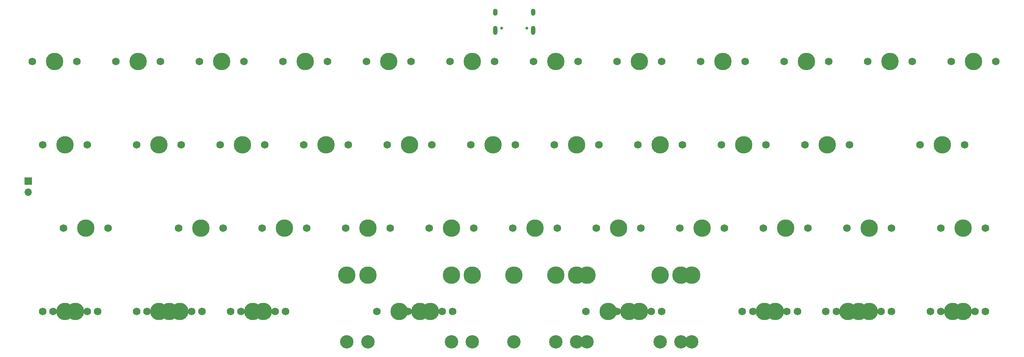
<source format=gbr>
%TF.GenerationSoftware,KiCad,Pcbnew,(6.0.1)*%
%TF.CreationDate,2022-06-06T14:59:11+02:00*%
%TF.ProjectId,dizzy40,64697a7a-7934-4302-9e6b-696361645f70,rev?*%
%TF.SameCoordinates,Original*%
%TF.FileFunction,Soldermask,Top*%
%TF.FilePolarity,Negative*%
%FSLAX46Y46*%
G04 Gerber Fmt 4.6, Leading zero omitted, Abs format (unit mm)*
G04 Created by KiCad (PCBNEW (6.0.1)) date 2022-06-06 14:59:11*
%MOMM*%
%LPD*%
G01*
G04 APERTURE LIST*
%ADD10C,1.750000*%
%ADD11C,3.987800*%
%ADD12C,3.048000*%
%ADD13R,1.700000X1.700000*%
%ADD14O,1.700000X1.700000*%
%ADD15C,0.650000*%
%ADD16O,1.000000X2.100000*%
%ADD17O,1.000000X1.600000*%
G04 APERTURE END LIST*
D10*
%TO.C,MX20*%
X194945000Y-88900000D03*
X205105000Y-88900000D03*
D11*
X200025000Y-88900000D03*
%TD*%
D10*
%TO.C,MX27*%
X128270000Y-107950000D03*
D11*
X133350000Y-107950000D03*
D10*
X138430000Y-107950000D03*
%TD*%
%TO.C,MX28*%
X147320000Y-107950000D03*
X157480000Y-107950000D03*
D11*
X152400000Y-107950000D03*
%TD*%
D10*
%TO.C,MX16*%
X118745000Y-88900000D03*
X128905000Y-88900000D03*
D11*
X123825000Y-88900000D03*
%TD*%
%TO.C,MX26*%
X114300000Y-107950000D03*
D10*
X119380000Y-107950000D03*
X109220000Y-107950000D03*
%TD*%
D11*
%TO.C,MX55*%
X247650000Y-127000000D03*
D10*
X242570000Y-127000000D03*
X252730000Y-127000000D03*
%TD*%
%TO.C,MX5*%
X113982500Y-69850000D03*
X124142500Y-69850000D03*
D11*
X119062500Y-69850000D03*
%TD*%
D10*
%TO.C,MX52*%
X209867500Y-127000000D03*
X199707500Y-127000000D03*
D11*
X204787500Y-127000000D03*
%TD*%
%TO.C,MX31*%
X209550000Y-107950000D03*
D10*
X204470000Y-107950000D03*
X214630000Y-107950000D03*
%TD*%
D11*
%TO.C,MX3*%
X80962500Y-69850000D03*
D10*
X75882500Y-69850000D03*
X86042500Y-69850000D03*
%TD*%
%TO.C,MX15*%
X109855000Y-88900000D03*
X99695000Y-88900000D03*
D11*
X104775000Y-88900000D03*
%TD*%
D10*
%TO.C,MX12*%
X40163750Y-88900000D03*
X50323750Y-88900000D03*
D11*
X45243750Y-88900000D03*
%TD*%
D10*
%TO.C,MX32*%
X233680000Y-107950000D03*
D11*
X228600000Y-107950000D03*
D10*
X223520000Y-107950000D03*
%TD*%
%TO.C,MX1*%
X37782500Y-69850000D03*
D11*
X42862500Y-69850000D03*
D10*
X47942500Y-69850000D03*
%TD*%
%TO.C,MX43*%
X247332500Y-69850000D03*
X257492500Y-69850000D03*
D11*
X252412500Y-69850000D03*
%TD*%
D10*
%TO.C,MX34*%
X40163750Y-127000000D03*
X50323750Y-127000000D03*
D11*
X45243750Y-127000000D03*
%TD*%
D10*
%TO.C,MX2*%
X56832500Y-69850000D03*
D11*
X61912500Y-69850000D03*
D10*
X66992500Y-69850000D03*
%TD*%
D11*
%TO.C,MX53*%
X226218750Y-127000000D03*
D10*
X221138750Y-127000000D03*
X231298750Y-127000000D03*
%TD*%
%TO.C,MX25*%
X100330000Y-107950000D03*
D11*
X95250000Y-107950000D03*
D10*
X90170000Y-107950000D03*
%TD*%
D11*
%TO.C,MX54*%
X223837500Y-127000000D03*
D10*
X228917500Y-127000000D03*
X218757500Y-127000000D03*
%TD*%
%TO.C,MX50*%
X76517500Y-127000000D03*
D11*
X71437500Y-127000000D03*
D10*
X66357500Y-127000000D03*
%TD*%
%TO.C,MX49*%
X63976250Y-127000000D03*
D11*
X69056250Y-127000000D03*
D10*
X74136250Y-127000000D03*
%TD*%
D11*
%TO.C,MX22*%
X245268750Y-88900000D03*
D10*
X250348750Y-88900000D03*
X240188750Y-88900000D03*
%TD*%
D11*
%TO.C,MX39*%
X188118750Y-118745000D03*
D10*
X171132500Y-127000000D03*
D11*
X164306250Y-118745000D03*
D12*
X188118750Y-133985000D03*
D10*
X181292500Y-127000000D03*
D11*
X176212500Y-127000000D03*
D12*
X164306250Y-133985000D03*
%TD*%
D11*
%TO.C,MX19*%
X180975000Y-88900000D03*
D10*
X186055000Y-88900000D03*
X175895000Y-88900000D03*
%TD*%
%TO.C,MX7*%
X162242500Y-69850000D03*
D11*
X157162500Y-69850000D03*
D10*
X152082500Y-69850000D03*
%TD*%
%TO.C,MX48*%
X42545000Y-127000000D03*
D11*
X47625000Y-127000000D03*
D10*
X52705000Y-127000000D03*
%TD*%
%TO.C,MX18*%
X156845000Y-88900000D03*
X167005000Y-88900000D03*
D11*
X161925000Y-88900000D03*
%TD*%
D10*
%TO.C,MX17*%
X137795000Y-88900000D03*
D11*
X142875000Y-88900000D03*
D10*
X147955000Y-88900000D03*
%TD*%
D11*
%TO.C,MX40*%
X207168750Y-127000000D03*
D10*
X212248750Y-127000000D03*
X202088750Y-127000000D03*
%TD*%
%TO.C,MX36*%
X83026250Y-127000000D03*
D11*
X88106250Y-127000000D03*
D10*
X93186250Y-127000000D03*
%TD*%
%TO.C,MX51*%
X85407500Y-127000000D03*
D11*
X90487500Y-127000000D03*
D10*
X95567500Y-127000000D03*
%TD*%
%TO.C,MX41*%
X223520000Y-127000000D03*
D11*
X228600000Y-127000000D03*
D10*
X233680000Y-127000000D03*
%TD*%
D12*
%TO.C,MX37*%
X147637500Y-133985000D03*
D11*
X128587500Y-127000000D03*
X109537500Y-118745000D03*
D10*
X133667500Y-127000000D03*
D11*
X147637500Y-118745000D03*
D12*
X109537500Y-133985000D03*
D10*
X123507500Y-127000000D03*
%TD*%
D11*
%TO.C,MX46*%
X121443750Y-127000000D03*
D10*
X116363750Y-127000000D03*
D12*
X133350000Y-133985000D03*
D10*
X126523750Y-127000000D03*
D12*
X109537500Y-133985000D03*
D11*
X133350000Y-118745000D03*
X109537500Y-118745000D03*
%TD*%
D10*
%TO.C,MX14*%
X80645000Y-88900000D03*
D11*
X85725000Y-88900000D03*
D10*
X90805000Y-88900000D03*
%TD*%
%TO.C,MX10*%
X219392500Y-69850000D03*
X209232500Y-69850000D03*
D11*
X214312500Y-69850000D03*
%TD*%
%TO.C,MX4*%
X100012500Y-69850000D03*
D10*
X94932500Y-69850000D03*
X105092500Y-69850000D03*
%TD*%
D11*
%TO.C,MX45*%
X161925000Y-118745000D03*
D10*
X168751250Y-127000000D03*
X178911250Y-127000000D03*
D11*
X173831250Y-127000000D03*
D12*
X185737500Y-133985000D03*
X161925000Y-133985000D03*
D11*
X185737500Y-118745000D03*
%TD*%
%TO.C,MX33*%
X250031250Y-107950000D03*
D10*
X255111250Y-107950000D03*
X244951250Y-107950000D03*
%TD*%
%TO.C,MX21*%
X213995000Y-88900000D03*
X224155000Y-88900000D03*
D11*
X219075000Y-88900000D03*
%TD*%
%TO.C,MX6*%
X138112500Y-69850000D03*
D10*
X133032500Y-69850000D03*
X143192500Y-69850000D03*
%TD*%
D11*
%TO.C,MX23*%
X50006250Y-107950000D03*
D10*
X44926250Y-107950000D03*
X55086250Y-107950000D03*
%TD*%
D11*
%TO.C,MX47*%
X157162500Y-118745000D03*
D12*
X180975000Y-133985000D03*
D10*
X174148750Y-127000000D03*
D11*
X169068750Y-127000000D03*
D10*
X163988750Y-127000000D03*
D12*
X157162500Y-133985000D03*
D11*
X180975000Y-118745000D03*
%TD*%
D10*
%TO.C,MX29*%
X176530000Y-107950000D03*
X166370000Y-107950000D03*
D11*
X171450000Y-107950000D03*
%TD*%
D10*
%TO.C,MX30*%
X195580000Y-107950000D03*
X185420000Y-107950000D03*
D11*
X190500000Y-107950000D03*
%TD*%
%TO.C,MX9*%
X195262500Y-69850000D03*
D10*
X200342500Y-69850000D03*
X190182500Y-69850000D03*
%TD*%
D11*
%TO.C,MX44*%
X126206250Y-127000000D03*
D12*
X138112500Y-133985000D03*
D10*
X131286250Y-127000000D03*
D11*
X138112500Y-118745000D03*
X114300000Y-118745000D03*
D10*
X121126250Y-127000000D03*
D12*
X114300000Y-133985000D03*
%TD*%
D10*
%TO.C,MX24*%
X71120000Y-107950000D03*
X81280000Y-107950000D03*
D11*
X76200000Y-107950000D03*
%TD*%
D10*
%TO.C,MX35*%
X61595000Y-127000000D03*
X71755000Y-127000000D03*
D11*
X66675000Y-127000000D03*
%TD*%
D10*
%TO.C,MX42*%
X255111250Y-127000000D03*
X244951250Y-127000000D03*
D11*
X250031250Y-127000000D03*
%TD*%
D10*
%TO.C,MX11*%
X228282500Y-69850000D03*
X238442500Y-69850000D03*
D11*
X233362500Y-69850000D03*
%TD*%
%TO.C,MX13*%
X66675000Y-88900000D03*
D10*
X71755000Y-88900000D03*
X61595000Y-88900000D03*
%TD*%
%TO.C,MX8*%
X171132500Y-69850000D03*
D11*
X176212500Y-69850000D03*
D10*
X181292500Y-69850000D03*
%TD*%
D13*
%TO.C,RESET*%
X36830000Y-97226200D03*
D14*
X36830000Y-99766200D03*
%TD*%
D15*
%TO.C,USB1*%
X144785600Y-62239200D03*
X150565600Y-62239200D03*
D16*
X151995600Y-62769200D03*
D17*
X151995600Y-58589200D03*
D16*
X143355600Y-62769200D03*
D17*
X143355600Y-58589200D03*
%TD*%
M02*

</source>
